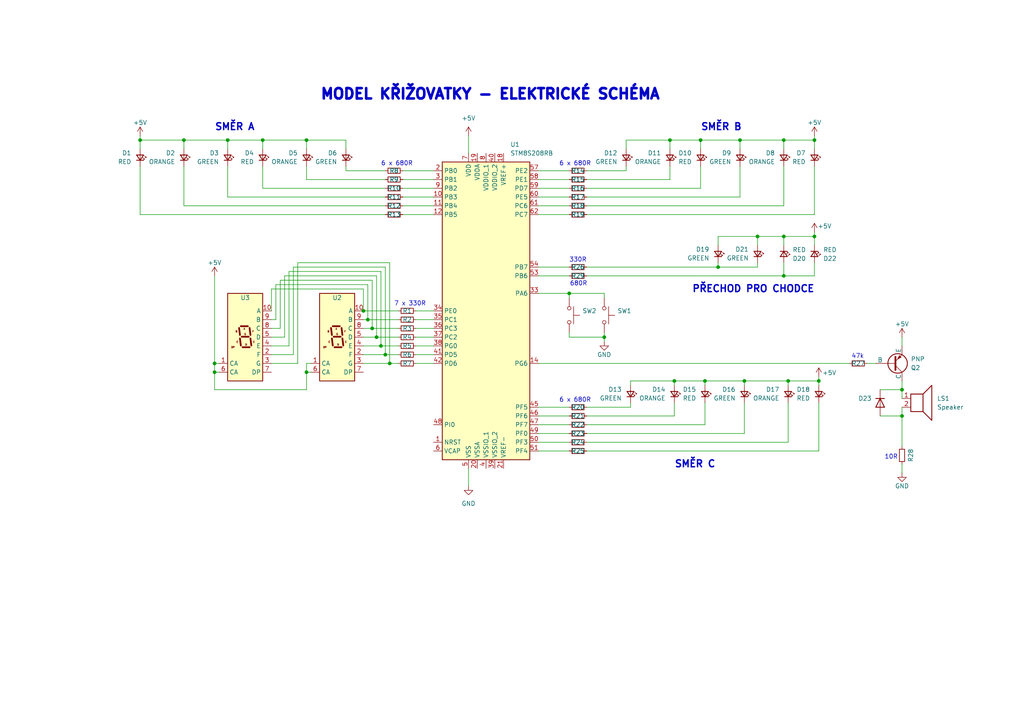
<source format=kicad_sch>
(kicad_sch (version 20230121) (generator eeschema)
  (paper "A4")
  (lib_symbols
    (symbol "Device:LED_Small" (pin_numbers hide) (pin_names (offset 0.254) hide)
      (property "Reference" "D" (at -1.27 3.175 0))
      (property "Value" "LED_Small" (at -4.445 -2.54 0))
      (symbol "LED_Small_0_1"
        (polyline (pts (xy -0.762 -1.016) (xy -0.762 1.016)) (stroke (width 0.254)))
        (polyline (pts (xy 1.016 0) (xy -0.762 0)))
        (polyline (pts (xy 0.762 -1.016) (xy -0.762 0) (xy 0.762 1.016) (xy 0.762 -1.016)) (stroke (width 0.254)))
        (polyline (pts (xy 0 0.762) (xy -0.508 1.27) (xy -0.254 1.27) (xy -0.508 1.27) (xy -0.508 1.016)))
        (polyline (pts (xy 0.508 1.27) (xy 0 1.778) (xy 0.254 1.778) (xy 0 1.778) (xy 0 1.524)))
      )
      (symbol "LED_Small_1_1"
        (pin passive line (at -2.54 0 0) (length 1.778) (name "K") (number "1"))
        (pin passive line (at 2.54 0 180) (length 1.778) (name "A") (number "2"))
      )
    )
    (symbol "Device:R_Small" (pin_numbers hide) (pin_names (offset 0.254) hide)
      (property "Reference" "R" (at 0.762 0.508 0))
      (property "Value" "R_Small" (at 0.762 -1.016 0))
      (symbol "R_Small_0_1"
        (rectangle (start -0.762 1.778) (end 0.762 -1.778) (stroke (width 0.2032)))
      )
      (symbol "R_Small_1_1"
        (pin passive line (at 0 2.54 270) (length 0.762) (name "~") (number "1"))
        (pin passive line (at 0 -2.54 90) (length 0.762) (name "~") (number "2"))
      )
    )
    (symbol "Device:Speaker" (pin_names (offset 0) hide)
      (property "Reference" "LS" (at 1.27 5.715 0))
      (property "Value" "Speaker" (at 1.27 3.81 0))
      (symbol "Speaker_0_0"
        (rectangle (start -2.54 1.27) (end 1.016 -3.81) (stroke (width 0.254)))
        (polyline (pts (xy 1.016 1.27) (xy 3.556 3.81) (xy 3.556 -6.35) (xy 1.016 -3.81)) (stroke (width 0.254)))
      )
      (symbol "Speaker_1_1"
        (pin input line (at -5.08 0 0) (length 2.54) (name "1") (number "1"))
        (pin input line (at -5.08 -2.54 0) (length 2.54) (name "2") (number "2"))
      )
    )
    (symbol "Diode:1N914" (pin_numbers hide) (pin_names hide)
      (property "Reference" "D" (at 0 2.54 0))
      (property "Value" "1N914" (at 0 -2.54 0))
      (symbol "1N914_0_1"
        (polyline (pts (xy -1.27 1.27) (xy -1.27 -1.27)) (stroke (width 0.254)))
        (polyline (pts (xy 1.27 0) (xy -1.27 0)))
        (polyline (pts (xy 1.27 1.27) (xy 1.27 -1.27) (xy -1.27 0) (xy 1.27 1.27)) (stroke (width 0.254)))
      )
      (symbol "1N914_1_1"
        (pin passive line (at -3.81 0 0) (length 2.54) (name "K") (number "1"))
        (pin passive line (at 3.81 0 180) (length 2.54) (name "A") (number "2"))
      )
    )
    (symbol "Display_Character:HDSP-7501"
      (property "Reference" "U" (at -3.81 13.97 0))
      (property "Value" "HDSP-7501" (at 6.35 13.97 0))
      (symbol "HDSP-7501_1_0"
        (text "A" (at 0.254 2.413 0) (effects (font (size 0.508 0.508))))
        (text "B" (at 2.54 1.651 0) (effects (font (size 0.508 0.508))))
        (text "C" (at 2.286 -1.397 0) (effects (font (size 0.508 0.508))))
        (text "D" (at -0.254 -2.159 0) (effects (font (size 0.508 0.508))))
        (text "DP" (at 3.556 -2.921 0) (effects (font (size 0.508 0.508))))
        (text "E" (at -2.54 -1.397 0) (effects (font (size 0.508 0.508))))
        (text "F" (at -2.286 1.651 0) (effects (font (size 0.508 0.508))))
        (text "G" (at 0 0.889 0) (effects (font (size 0.508 0.508))))
      )
      (symbol "HDSP-7501_1_1"
        (rectangle (start -5.08 12.7) (end 5.08 -12.7) (stroke (width 0.254)) (fill (type background)))
        (polyline (pts (xy -1.524 -0.381) (xy -1.778 -2.413)) (stroke (width 0.508)))
        (polyline (pts (xy -1.27 -2.921) (xy 0.762 -2.921)) (stroke (width 0.508)))
        (polyline (pts (xy -1.27 2.667) (xy -1.524 0.635)) (stroke (width 0.508)))
        (polyline (pts (xy -1.016 0.127) (xy 1.016 0.127)) (stroke (width 0.508)))
        (polyline (pts (xy -0.762 3.175) (xy 1.27 3.175)) (stroke (width 0.508)))
        (polyline (pts (xy 1.524 -0.381) (xy 1.27 -2.413)) (stroke (width 0.508)))
        (polyline (pts (xy 1.778 2.667) (xy 1.524 0.635)) (stroke (width 0.508)))
        (polyline (pts (xy 2.54 -2.921) (xy 2.54 -2.921)) (stroke (width 0.508)))
        (pin input line (at 7.62 -7.62 180) (length 2.54) (name "CA") (number "1"))
        (pin input line (at -7.62 7.62 0) (length 2.54) (name "A") (number "10"))
        (pin input line (at -7.62 -5.08 0) (length 2.54) (name "F") (number "2"))
        (pin input line (at -7.62 -7.62 0) (length 2.54) (name "G") (number "3"))
        (pin input line (at -7.62 -2.54 0) (length 2.54) (name "E") (number "4"))
        (pin input line (at -7.62 0 0) (length 2.54) (name "D") (number "5"))
        (pin input line (at 7.62 -10.16 180) (length 2.54) (name "CA") (number "6"))
        (pin input line (at -7.62 -10.16 0) (length 2.54) (name "DP") (number "7"))
        (pin input line (at -7.62 2.54 0) (length 2.54) (name "C") (number "8"))
        (pin input line (at -7.62 5.08 0) (length 2.54) (name "B") (number "9"))
      )
    )
    (symbol "MCU_ST_STM8:STM8S208RB"
      (property "Reference" "U1" (at 7.0359 48.26 0))
      (property "Value" "STM8S208RB" (at 7.0359 45.72 0))
      (symbol "STM8S208RB_0_1"
        (rectangle (start -12.7 43.18) (end 12.7 -43.18) (stroke (width 0.254)) (fill (type background)))
      )
      (symbol "STM8S208RB_1_1"
        (pin input line (at -15.24 -38.1 0) (length 2.54) (name "NRST") (number "1"))
        (pin bidirectional line (at -15.24 33.02 0) (length 2.54) (name "PB3") (number "10"))
        (pin bidirectional line (at -15.24 30.48 0) (length 2.54) (name "PB4") (number "11"))
        (pin bidirectional line (at -15.24 27.94 0) (length 2.54) (name "PB5") (number "12"))
        (pin bidirectional line (at 15.24 -15.24 180) (length 2.54) (name "PG6") (number "14"))
        (pin power_in line (at 5.08 45.72 270) (length 2.54) (name "VREF+") (number "18"))
        (pin power_in line (at -2.54 45.72 270) (length 2.54) (name "VDDA") (number "19"))
        (pin bidirectional line (at -15.24 40.64 0) (length 2.54) (name "PB0") (number "2"))
        (pin power_in line (at -2.54 -45.72 90) (length 2.54) (name "VSSA") (number "20"))
        (pin power_in line (at 5.08 -45.72 90) (length 2.54) (name "VREF-") (number "21"))
        (pin bidirectional line (at -15.24 38.1 0) (length 2.54) (name "PB1") (number "3"))
        (pin bidirectional line (at 15.24 5.08 180) (length 2.54) (name "PA6") (number "33"))
        (pin bidirectional line (at -15.24 0 0) (length 2.54) (name "PE0") (number "34"))
        (pin bidirectional line (at -15.24 -2.54 0) (length 2.54) (name "PC1") (number "35"))
        (pin bidirectional line (at -15.24 -5.08 0) (length 2.54) (name "PC3") (number "36"))
        (pin bidirectional line (at -15.24 -7.62 0) (length 2.54) (name "PC2") (number "37"))
        (pin bidirectional line (at -15.24 -10.16 0) (length 2.54) (name "PG0") (number "38"))
        (pin power_in line (at 2.54 -45.72 90) (length 2.54) (name "VSSIO_2") (number "39"))
        (pin power_in line (at 0 -45.72 90) (length 2.54) (name "VSSIO_1") (number "4"))
        (pin power_in line (at 2.54 45.72 270) (length 2.54) (name "VDDIO_2") (number "40"))
        (pin bidirectional line (at -15.24 -12.7 0) (length 2.54) (name "PD5") (number "41"))
        (pin bidirectional line (at -15.24 -15.24 0) (length 2.54) (name "PD6") (number "42"))
        (pin bidirectional line (at 15.24 -27.94 180) (length 2.54) (name "PF5") (number "45"))
        (pin bidirectional line (at 15.24 -30.48 180) (length 2.54) (name "PF6") (number "46"))
        (pin bidirectional line (at 15.24 -33.02 180) (length 2.54) (name "PF7") (number "47"))
        (pin bidirectional line (at -15.24 -33.02 0) (length 2.54) (name "PI0") (number "48"))
        (pin bidirectional line (at 15.24 -35.56 180) (length 2.54) (name "PF0") (number "49"))
        (pin power_in line (at -5.08 -45.72 90) (length 2.54) (name "VSS") (number "5"))
        (pin bidirectional line (at 15.24 -38.1 180) (length 2.54) (name "PF3") (number "50"))
        (pin bidirectional line (at 15.24 -40.64 180) (length 2.54) (name "PF4") (number "51"))
        (pin bidirectional line (at 15.24 10.16 180) (length 2.54) (name "PB6") (number "53"))
        (pin bidirectional line (at 15.24 12.7 180) (length 2.54) (name "PB7") (number "54"))
        (pin bidirectional line (at 15.24 40.64 180) (length 2.54) (name "PE2") (number "57"))
        (pin bidirectional line (at 15.24 38.1 180) (length 2.54) (name "PE1") (number "58"))
        (pin bidirectional line (at 15.24 35.56 180) (length 2.54) (name "PD7") (number "59"))
        (pin input line (at -15.24 -40.64 0) (length 2.54) (name "VCAP") (number "6"))
        (pin bidirectional line (at 15.24 33.02 180) (length 2.54) (name "PE5") (number "60"))
        (pin bidirectional line (at 15.24 30.48 180) (length 2.54) (name "PC6") (number "61"))
        (pin bidirectional line (at 15.24 27.94 180) (length 2.54) (name "PC7") (number "62"))
        (pin power_in line (at -5.08 45.72 270) (length 2.54) (name "VDD") (number "7"))
        (pin power_in line (at 0 45.72 270) (length 2.54) (name "VDDIO_1") (number "8"))
        (pin bidirectional line (at -15.24 35.56 0) (length 2.54) (name "PB2") (number "9"))
      )
    )
    (symbol "Simulation_SPICE:PNP" (pin_numbers hide) (pin_names (offset 0))
      (property "Reference" "Q" (at -2.54 7.62 0))
      (property "Value" "PNP" (at -2.54 5.08 0))
      (symbol "PNP_0_1"
        (polyline (pts (xy -2.54 0) (xy 0.635 0)) (stroke (width 0.1524)))
        (polyline (pts (xy 0.635 0.635) (xy 2.54 2.54)))
        (polyline (pts (xy 0.635 -0.635) (xy 2.54 -2.54) (xy 2.54 -2.54)))
        (polyline (pts (xy 0.635 1.905) (xy 0.635 -1.905) (xy 0.635 -1.905)) (stroke (width 0.508)))
        (polyline (pts (xy 2.286 -1.778) (xy 1.778 -2.286) (xy 1.27 -1.27) (xy 2.286 -1.778) (xy 2.286 -1.778)) (fill (type outline)))
        (circle (center 1.27 0) (radius 2.8194) (stroke (width 0.254)))
      )
      (symbol "PNP_1_1"
        (pin open_collector line (at 2.54 5.08 270) (length 2.54) (name "C") (number "1"))
        (pin input line (at -5.08 0 0) (length 2.54) (name "B") (number "2"))
        (pin open_emitter line (at 2.54 -5.08 90) (length 2.54) (name "E") (number "3"))
      )
    )
    (symbol "Switch:SW_Push" (pin_numbers hide) (pin_names (offset 1.016) hide)
      (property "Reference" "SW" (at 1.27 2.54 0))
      (property "Value" "SW_Push" (at 0 -1.524 0))
      (symbol "SW_Push_0_1"
        (circle (center -2.032 0) (radius 0.508))
        (polyline (pts (xy 0 1.27) (xy 0 3.048)))
        (polyline (pts (xy 2.54 1.27) (xy -2.54 1.27)))
        (circle (center 2.032 0) (radius 0.508))
        (pin passive line (at -5.08 0 0) (length 2.54) (name "1") (number "1"))
        (pin passive line (at 5.08 0 180) (length 2.54) (name "2") (number "2"))
      )
    )
    (symbol "power:+5V" (power) (pin_names (offset 0))
      (property "Value" "+5V" (at 0 3.556 0))
      (symbol "+5V_0_1"
        (polyline (pts (xy -0.762 1.27) (xy 0 2.54)))
        (polyline (pts (xy 0 0) (xy 0 2.54)))
        (polyline (pts (xy 0 2.54) (xy 0.762 1.27)))
      )
      (symbol "+5V_1_1"
        (pin power_in line (at 0 0 90) (length 0) hide (name "+5V") (number "1"))
      )
    )
    (symbol "power:GND" (power) (pin_names (offset 0))
      (property "Value" "GND" (at 0 -3.81 0))
      (symbol "GND_0_1"
        (polyline (pts (xy 0 0) (xy 0 -1.27) (xy 1.27 -1.27) (xy 0 -2.54) (xy -1.27 -1.27) (xy 0 -1.27)))
      )
      (symbol "GND_1_1"
        (pin power_in line (at 0 0 270) (length 0) hide (name "GND") (number "1"))
      )
    )
  )
  (junction (at 40.64 40.64))
  (junction (at 204.47 110.49))
  (junction (at 261.62 113.03))
  (junction (at 165.1 85.09))
  (junction (at 208.28 77.47))
  (junction (at 88.9 107.95))
  (junction (at 194.31 40.64))
  (junction (at 228.6 110.49))
  (junction (at 219.71 68.58))
  (junction (at 113.03 105.41))
  (junction (at 76.2 40.64))
  (junction (at 62.23 107.95))
  (junction (at 66.04 40.64))
  (junction (at 203.2 40.64))
  (junction (at 111.76 102.87))
  (junction (at 227.33 80.01))
  (junction (at 236.22 40.64))
  (junction (at 214.63 40.64))
  (junction (at 237.49 110.49))
  (junction (at 107.95 95.25))
  (junction (at 261.62 120.65))
  (junction (at 105.41 90.17))
  (junction (at 175.26 97.79))
  (junction (at 195.58 110.49))
  (junction (at 88.9 40.64))
  (junction (at 110.49 100.33))
  (junction (at 215.9 110.49))
  (junction (at 236.22 68.58))
  (junction (at 106.68 92.71))
  (junction (at 62.23 105.41))
  (junction (at 53.34 40.64))
  (junction (at 109.22 97.79))
  (junction (at 227.33 68.58))
  (junction (at 227.33 40.64))
  (wire (pts (xy 156.21 77.47) (xy 165.1 77.47)))
  (wire (pts (xy 40.64 39.37) (xy 40.64 40.64)))
  (wire (pts (xy 165.1 49.53) (xy 156.21 49.53)))
  (wire (pts (xy 227.33 68.58) (xy 227.33 71.12)))
  (wire (pts (xy 208.28 71.12) (xy 208.28 68.58)))
  (wire (pts (xy 251.46 105.41) (xy 254 105.41)))
  (wire (pts (xy 156.21 130.81) (xy 165.1 130.81)))
  (wire (pts (xy 113.03 105.41) (xy 115.57 105.41)))
  (wire (pts (xy 40.64 40.64) (xy 53.34 40.64)))
  (wire (pts (xy 53.34 40.64) (xy 53.34 43.18)))
  (wire (pts (xy 105.41 95.25) (xy 107.95 95.25)))
  (wire (pts (xy 120.65 100.33) (xy 125.73 100.33)))
  (wire (pts (xy 83.82 78.74) (xy 110.49 78.74)))
  (wire (pts (xy 261.62 120.65) (xy 261.62 129.54)))
  (wire (pts (xy 204.47 123.19) (xy 204.47 116.84)))
  (wire (pts (xy 120.65 95.25) (xy 125.73 95.25)))
  (wire (pts (xy 105.41 83.82) (xy 105.41 90.17)))
  (wire (pts (xy 156.21 125.73) (xy 165.1 125.73)))
  (wire (pts (xy 62.23 105.41) (xy 63.5 105.41)))
  (wire (pts (xy 156.21 128.27) (xy 165.1 128.27)))
  (wire (pts (xy 113.03 76.2) (xy 113.03 105.41)))
  (wire (pts (xy 203.2 54.61) (xy 203.2 48.26)))
  (wire (pts (xy 236.22 67.31) (xy 236.22 68.58)))
  (wire (pts (xy 227.33 40.64) (xy 236.22 40.64)))
  (wire (pts (xy 170.18 49.53) (xy 181.61 49.53)))
  (wire (pts (xy 80.01 92.71) (xy 80.01 82.55)))
  (wire (pts (xy 85.09 102.87) (xy 85.09 77.47)))
  (wire (pts (xy 81.28 81.28) (xy 107.95 81.28)))
  (wire (pts (xy 255.27 120.65) (xy 261.62 120.65)))
  (wire (pts (xy 214.63 40.64) (xy 214.63 43.18)))
  (wire (pts (xy 195.58 110.49) (xy 182.88 110.49)))
  (wire (pts (xy 170.18 77.47) (xy 208.28 77.47)))
  (wire (pts (xy 156.21 123.19) (xy 165.1 123.19)))
  (wire (pts (xy 181.61 43.18) (xy 181.61 40.64)))
  (wire (pts (xy 182.88 118.11) (xy 182.88 116.84)))
  (wire (pts (xy 78.74 102.87) (xy 85.09 102.87)))
  (wire (pts (xy 195.58 110.49) (xy 195.58 111.76)))
  (wire (pts (xy 120.65 105.41) (xy 125.73 105.41)))
  (wire (pts (xy 261.62 118.11) (xy 261.62 120.65)))
  (wire (pts (xy 66.04 40.64) (xy 66.04 43.18)))
  (wire (pts (xy 236.22 40.64) (xy 236.22 43.18)))
  (wire (pts (xy 76.2 40.64) (xy 88.9 40.64)))
  (wire (pts (xy 165.1 97.79) (xy 175.26 97.79)))
  (wire (pts (xy 88.9 52.07) (xy 88.9 48.26)))
  (wire (pts (xy 105.41 90.17) (xy 115.57 90.17)))
  (wire (pts (xy 175.26 96.52) (xy 175.26 97.79)))
  (wire (pts (xy 227.33 76.2) (xy 227.33 80.01)))
  (wire (pts (xy 194.31 40.64) (xy 194.31 43.18)))
  (wire (pts (xy 81.28 95.25) (xy 81.28 81.28)))
  (wire (pts (xy 203.2 40.64) (xy 214.63 40.64)))
  (wire (pts (xy 215.9 110.49) (xy 204.47 110.49)))
  (wire (pts (xy 237.49 110.49) (xy 237.49 111.76)))
  (wire (pts (xy 194.31 40.64) (xy 203.2 40.64)))
  (wire (pts (xy 204.47 110.49) (xy 195.58 110.49)))
  (wire (pts (xy 170.18 128.27) (xy 228.6 128.27)))
  (wire (pts (xy 215.9 125.73) (xy 215.9 116.84)))
  (wire (pts (xy 156.21 85.09) (xy 165.1 85.09)))
  (wire (pts (xy 88.9 107.95) (xy 88.9 113.03)))
  (wire (pts (xy 170.18 120.65) (xy 195.58 120.65)))
  (wire (pts (xy 215.9 110.49) (xy 215.9 111.76)))
  (wire (pts (xy 106.68 82.55) (xy 106.68 92.71)))
  (wire (pts (xy 88.9 40.64) (xy 100.33 40.64)))
  (wire (pts (xy 219.71 68.58) (xy 219.71 71.12)))
  (wire (pts (xy 105.41 92.71) (xy 106.68 92.71)))
  (wire (pts (xy 165.1 85.09) (xy 175.26 85.09)))
  (wire (pts (xy 62.23 107.95) (xy 62.23 113.03)))
  (wire (pts (xy 255.27 113.03) (xy 261.62 113.03)))
  (wire (pts (xy 107.95 81.28) (xy 107.95 95.25)))
  (wire (pts (xy 62.23 107.95) (xy 63.5 107.95)))
  (wire (pts (xy 195.58 120.65) (xy 195.58 116.84)))
  (wire (pts (xy 165.1 96.52) (xy 165.1 97.79)))
  (wire (pts (xy 135.89 39.37) (xy 135.89 44.45)))
  (wire (pts (xy 214.63 57.15) (xy 214.63 48.26)))
  (wire (pts (xy 76.2 54.61) (xy 76.2 48.26)))
  (wire (pts (xy 237.49 109.22) (xy 237.49 110.49)))
  (wire (pts (xy 135.89 135.89) (xy 135.89 140.97)))
  (wire (pts (xy 170.18 123.19) (xy 204.47 123.19)))
  (wire (pts (xy 170.18 62.23) (xy 236.22 62.23)))
  (wire (pts (xy 175.26 85.09) (xy 175.26 86.36)))
  (wire (pts (xy 111.76 59.69) (xy 53.34 59.69)))
  (wire (pts (xy 78.74 97.79) (xy 82.55 97.79)))
  (wire (pts (xy 116.84 49.53) (xy 125.73 49.53)))
  (wire (pts (xy 181.61 49.53) (xy 181.61 48.26)))
  (wire (pts (xy 175.26 99.06) (xy 175.26 97.79)))
  (wire (pts (xy 111.76 49.53) (xy 100.33 49.53)))
  (wire (pts (xy 105.41 97.79) (xy 109.22 97.79)))
  (wire (pts (xy 109.22 80.01) (xy 109.22 97.79)))
  (wire (pts (xy 156.21 105.41) (xy 246.38 105.41)))
  (wire (pts (xy 116.84 54.61) (xy 125.73 54.61)))
  (wire (pts (xy 182.88 110.49) (xy 182.88 111.76)))
  (wire (pts (xy 111.76 57.15) (xy 66.04 57.15)))
  (wire (pts (xy 78.74 83.82) (xy 105.41 83.82)))
  (wire (pts (xy 40.64 40.64) (xy 40.64 43.18)))
  (wire (pts (xy 170.18 54.61) (xy 203.2 54.61)))
  (wire (pts (xy 88.9 113.03) (xy 62.23 113.03)))
  (wire (pts (xy 88.9 105.41) (xy 90.17 105.41)))
  (wire (pts (xy 82.55 97.79) (xy 82.55 80.01)))
  (wire (pts (xy 261.62 97.79) (xy 261.62 100.33)))
  (wire (pts (xy 116.84 57.15) (xy 125.73 57.15)))
  (wire (pts (xy 170.18 59.69) (xy 227.33 59.69)))
  (wire (pts (xy 66.04 40.64) (xy 76.2 40.64)))
  (wire (pts (xy 194.31 52.07) (xy 194.31 48.26)))
  (wire (pts (xy 170.18 80.01) (xy 227.33 80.01)))
  (wire (pts (xy 110.49 78.74) (xy 110.49 100.33)))
  (wire (pts (xy 219.71 68.58) (xy 227.33 68.58)))
  (wire (pts (xy 78.74 105.41) (xy 86.36 105.41)))
  (wire (pts (xy 88.9 107.95) (xy 90.17 107.95)))
  (wire (pts (xy 83.82 100.33) (xy 83.82 78.74)))
  (wire (pts (xy 82.55 80.01) (xy 109.22 80.01)))
  (wire (pts (xy 227.33 80.01) (xy 236.22 80.01)))
  (wire (pts (xy 116.84 62.23) (xy 125.73 62.23)))
  (wire (pts (xy 120.65 97.79) (xy 125.73 97.79)))
  (wire (pts (xy 106.68 92.71) (xy 115.57 92.71)))
  (wire (pts (xy 237.49 110.49) (xy 228.6 110.49)))
  (wire (pts (xy 228.6 128.27) (xy 228.6 116.84)))
  (wire (pts (xy 105.41 105.41) (xy 113.03 105.41)))
  (wire (pts (xy 165.1 85.09) (xy 165.1 86.36)))
  (wire (pts (xy 66.04 57.15) (xy 66.04 48.26)))
  (wire (pts (xy 261.62 110.49) (xy 261.62 113.03)))
  (wire (pts (xy 236.22 39.37) (xy 236.22 40.64)))
  (wire (pts (xy 40.64 62.23) (xy 40.64 48.26)))
  (wire (pts (xy 105.41 102.87) (xy 111.76 102.87)))
  (wire (pts (xy 237.49 130.81) (xy 237.49 116.84)))
  (wire (pts (xy 86.36 76.2) (xy 113.03 76.2)))
  (wire (pts (xy 181.61 40.64) (xy 194.31 40.64)))
  (wire (pts (xy 261.62 113.03) (xy 261.62 115.57)))
  (wire (pts (xy 261.62 134.62) (xy 261.62 137.16)))
  (wire (pts (xy 170.18 118.11) (xy 182.88 118.11)))
  (wire (pts (xy 165.1 57.15) (xy 156.21 57.15)))
  (wire (pts (xy 100.33 43.18) (xy 100.33 40.64)))
  (wire (pts (xy 88.9 40.64) (xy 88.9 43.18)))
  (wire (pts (xy 208.28 76.2) (xy 208.28 77.47)))
  (wire (pts (xy 170.18 130.81) (xy 237.49 130.81)))
  (wire (pts (xy 85.09 77.47) (xy 111.76 77.47)))
  (wire (pts (xy 111.76 102.87) (xy 115.57 102.87)))
  (wire (pts (xy 80.01 82.55) (xy 106.68 82.55)))
  (wire (pts (xy 236.22 62.23) (xy 236.22 48.26)))
  (wire (pts (xy 78.74 92.71) (xy 80.01 92.71)))
  (wire (pts (xy 88.9 105.41) (xy 88.9 107.95)))
  (wire (pts (xy 227.33 40.64) (xy 227.33 43.18)))
  (wire (pts (xy 156.21 120.65) (xy 165.1 120.65)))
  (wire (pts (xy 165.1 62.23) (xy 156.21 62.23)))
  (wire (pts (xy 236.22 68.58) (xy 236.22 71.12)))
  (wire (pts (xy 203.2 43.18) (xy 203.2 40.64)))
  (wire (pts (xy 120.65 102.87) (xy 125.73 102.87)))
  (wire (pts (xy 76.2 40.64) (xy 76.2 43.18)))
  (wire (pts (xy 236.22 80.01) (xy 236.22 76.2)))
  (wire (pts (xy 170.18 125.73) (xy 215.9 125.73)))
  (wire (pts (xy 111.76 77.47) (xy 111.76 102.87)))
  (wire (pts (xy 53.34 59.69) (xy 53.34 48.26)))
  (wire (pts (xy 120.65 90.17) (xy 125.73 90.17)))
  (wire (pts (xy 165.1 52.07) (xy 156.21 52.07)))
  (wire (pts (xy 208.28 68.58) (xy 219.71 68.58)))
  (wire (pts (xy 78.74 95.25) (xy 81.28 95.25)))
  (wire (pts (xy 228.6 110.49) (xy 228.6 111.76)))
  (wire (pts (xy 111.76 62.23) (xy 40.64 62.23)))
  (wire (pts (xy 109.22 97.79) (xy 115.57 97.79)))
  (wire (pts (xy 156.21 118.11) (xy 165.1 118.11)))
  (wire (pts (xy 111.76 54.61) (xy 76.2 54.61)))
  (wire (pts (xy 110.49 100.33) (xy 115.57 100.33)))
  (wire (pts (xy 204.47 110.49) (xy 204.47 111.76)))
  (wire (pts (xy 214.63 40.64) (xy 227.33 40.64)))
  (wire (pts (xy 120.65 92.71) (xy 125.73 92.71)))
  (wire (pts (xy 62.23 105.41) (xy 62.23 107.95)))
  (wire (pts (xy 78.74 100.33) (xy 83.82 100.33)))
  (wire (pts (xy 227.33 59.69) (xy 227.33 48.26)))
  (wire (pts (xy 111.76 52.07) (xy 88.9 52.07)))
  (wire (pts (xy 78.74 90.17) (xy 78.74 83.82)))
  (wire (pts (xy 170.18 52.07) (xy 194.31 52.07)))
  (wire (pts (xy 53.34 40.64) (xy 66.04 40.64)))
  (wire (pts (xy 228.6 110.49) (xy 215.9 110.49)))
  (wire (pts (xy 105.41 100.33) (xy 110.49 100.33)))
  (wire (pts (xy 208.28 77.47) (xy 219.71 77.47)))
  (wire (pts (xy 165.1 59.69) (xy 156.21 59.69)))
  (wire (pts (xy 86.36 105.41) (xy 86.36 76.2)))
  (wire (pts (xy 170.18 57.15) (xy 214.63 57.15)))
  (wire (pts (xy 227.33 68.58) (xy 236.22 68.58)))
  (wire (pts (xy 107.95 95.25) (xy 115.57 95.25)))
  (wire (pts (xy 219.71 76.2) (xy 219.71 77.47)))
  (wire (pts (xy 165.1 54.61) (xy 156.21 54.61)))
  (wire (pts (xy 156.21 80.01) (xy 165.1 80.01)))
  (wire (pts (xy 116.84 59.69) (xy 125.73 59.69)))
  (wire (pts (xy 100.33 49.53) (xy 100.33 48.26)))
  (wire (pts (xy 62.23 80.01) (xy 62.23 105.41)))
  (wire (pts (xy 116.84 52.07) (xy 125.73 52.07)))
  (text "SMĚR B" (at 203.2 38.1 0) (effects (font (size 2 2) bold) (justify left bottom)))
  (text "47k" (at 246.9638 104.151 0) (effects (font (size 1.27 1.27)) (justify left bottom)))
  (text "330R" (at 170.18 76.2 0) (effects (font (size 1.27 1.27)) (justify right bottom)))
  (text "680R" (at 170.3666 83.0793 0) (effects (font (size 1.27 1.27)) (justify right bottom)))
  (text "PŘECHOD PRO CHODCE" (at 200.66 85.09 0) (effects (font (size 2 2) bold) (justify left bottom)))
  (text "6 x 680R" (at 110.49 48.26 0) (effects (font (size 1.27 1.27)) (justify left bottom)))
  (text "6 x 680R" (at 171.45 116.84 0) (effects (font (size 1.27 1.27)) (justify right bottom)))
  (text "MODEL KŘIŽOVATKY - ELEKTRICKÉ SCHÉMA" (at 92.71 29.21 0) (effects (font (size 3 3) (thickness 2) bold) (justify left bottom)))
  (text "SMĚR C" (at 195.58 135.89 0) (effects (font (size 2 2) bold) (justify left bottom)))
  (text "7 x 330R" (at 114.3 88.9 0) (effects (font (size 1.27 1.27)) (justify left bottom)))
  (text "10R" (at 256.54 133.35 0) (effects (font (size 1.27 1.27)) (justify left bottom)))
  (text "6 x 680R" (at 171.45 48.26 0) (effects (font (size 1.27 1.27)) (justify right bottom)))
  (text "SMĚR A" (at 62.23 38.1 0) (effects (font (size 2 2) bold) (justify left bottom)))
  (symbol (lib_id "Device:LED_Small") (at 195.58 114.3 270) (mirror x) (unit 1)
    (property "Reference" "D14" (at 193.04 112.9665 90) (effects (justify right)))
    (property "Value" "ORANGE" (at 193.04 115.5065 90) (effects (justify right)))
  )
  (symbol (lib_id "Device:LED_Small") (at 227.33 73.66 270) (unit 1)
    (property "Reference" "D20" (at 229.87 74.9935 90) (effects (justify left)))
    (property "Value" "RED" (at 229.87 72.4535 90) (effects (justify left)))
  )
  (symbol (lib_id "power:+5V") (at 62.23 80.01 0) (unit 1)
    (property "Reference" "#PWR02" (effects hide))
    (property "Value" "+5V" (at 62.23 76.2 0))
  )
  (symbol (lib_id "Device:LED_Small") (at 66.04 45.72 270) (mirror x) (unit 1)
    (property "Reference" "D3" (at 63.5 44.3865 90) (effects (justify right)))
    (property "Value" "GREEN" (at 63.5 46.9265 90) (effects (justify right)))
  )
  (symbol (lib_id "MCU_ST_STM8:STM8S208RB") (at 140.97 90.17 0) (unit 1)
    (property "Reference" "U1" (at 148.0059 41.91 0) (effects (justify left)))
    (property "Value" "STM8S208RB" (at 148.0059 44.45 0) (effects (justify left)))
    (property "Footprint" "Package_QFP:LQFP-64_10x10mm_P0.5mm" (effects hide))
    (property "Datasheet" "https://www.st.com/resource/en/datasheet/stm8s208rb.pdf" (effects hide))
  )
  (symbol (lib_id "Device:R_Small") (at 167.64 77.47 270) (mirror x) (unit 1)
    (property "Reference" "R26" (at 167.64 77.47 90))
    (property "Value" " " (at 167.64 74.93 90))
  )
  (symbol (lib_id "Device:R_Small") (at 167.64 125.73 270) (mirror x) (unit 1)
    (property "Reference" "R23" (at 167.64 125.73 90))
    (property "Value" " " (at 167.64 123.19 90))
  )
  (symbol (lib_id "Device:R_Small") (at 118.11 100.33 90) (unit 1)
    (property "Reference" "R5" (at 118.11 100.33 90))
    (property "Value" "R_Small" (effects hide))
  )
  (symbol (lib_id "Device:LED_Small") (at 215.9 114.3 270) (mirror x) (unit 1)
    (property "Reference" "D16" (at 213.36 112.9665 90) (effects (justify right)))
    (property "Value" "GREEN" (at 213.36 115.5065 90) (effects (justify right)))
  )
  (symbol (lib_id "Device:LED_Small") (at 214.63 45.72 270) (mirror x) (unit 1)
    (property "Reference" "D9" (at 212.09 44.3865 90) (effects (justify right)))
    (property "Value" "GREEN" (at 212.09 46.9265 90) (effects (justify right)))
  )
  (symbol (lib_id "Device:LED_Small") (at 208.28 73.66 270) (mirror x) (unit 1)
    (property "Reference" "D19" (at 205.74 72.3265 90) (effects (justify right)))
    (property "Value" "GREEN" (at 205.74 74.8665 90) (effects (justify right)))
  )
  (symbol (lib_id "Device:R_Small") (at 118.11 92.71 90) (unit 1)
    (property "Reference" "R2" (at 118.11 92.71 90))
    (property "Value" "R_Small" (effects hide))
  )
  (symbol (lib_id "Device:R_Small") (at 167.64 123.19 270) (mirror x) (unit 1)
    (property "Reference" "R22" (at 167.64 123.19 90))
    (property "Value" " " (at 167.64 120.65 90))
  )
  (symbol (lib_id "Device:LED_Small") (at 219.71 73.66 270) (mirror x) (unit 1)
    (property "Reference" "D21" (at 217.17 72.3265 90) (effects (justify right)))
    (property "Value" "GREEN" (at 217.17 74.8665 90) (effects (justify right)))
  )
  (symbol (lib_id "power:+5V") (at 236.22 67.31 0) (unit 1)
    (property "Reference" "#PWR01" (effects hide))
    (property "Value" "+5V" (at 239.1625 65.6 0))
  )
  (symbol (lib_id "Device:LED_Small") (at 204.47 114.3 270) (mirror x) (unit 1)
    (property "Reference" "D15" (at 201.93 112.9665 90) (effects (justify right)))
    (property "Value" "RED" (at 201.93 115.5065 90) (effects (justify right)))
  )
  (symbol (lib_id "Device:LED_Small") (at 181.61 45.72 270) (mirror x) (unit 1)
    (property "Reference" "D12" (at 179.07 44.3865 90) (effects (justify right)))
    (property "Value" "GREEN" (at 179.07 46.9265 90) (effects (justify right)))
  )
  (symbol (lib_id "Device:LED_Small") (at 237.49 114.3 270) (mirror x) (unit 1)
    (property "Reference" "D18" (at 234.95 112.9665 90) (effects (justify right)))
    (property "Value" "RED" (at 234.95 115.5065 90) (effects (justify right)))
  )
  (symbol (lib_id "Device:R_Small") (at 167.64 52.07 270) (mirror x) (unit 1)
    (property "Reference" "R15" (at 167.64 52.07 90))
    (property "Value" " " (at 167.64 49.53 90))
  )
  (symbol (lib_id "Device:R_Small") (at 114.3 52.07 90) (unit 1)
    (property "Reference" "R9" (at 114.3 52.07 90))
    (property "Value" " " (at 114.3 49.53 90))
  )
  (symbol (lib_id "Diode:1N914") (at 255.27 116.84 270) (unit 1)
    (property "Reference" "D23" (at 248.92 115.57 90) (effects (justify left)))
    (property "Value" " " (at 257.81 118.11 90) (effects (justify left)))
    (property "Footprint" "Diode_THT:D_DO-35_SOD27_P7.62mm_Horizontal" (effects hide))
    (property "Datasheet" "http://www.vishay.com/docs/85622/1n914.pdf" (effects hide))
    (property "Sim.Device" "D" (effects hide))
    (property "Sim.Pins" "1=K 2=A" (effects hide))
  )
  (symbol (lib_id "Device:LED_Small") (at 236.22 73.66 270) (unit 1)
    (property "Reference" "D22" (at 238.76 74.9935 90) (effects (justify left)))
    (property "Value" "RED" (at 238.76 72.4535 90) (effects (justify left)))
  )
  (symbol (lib_id "Device:R_Small") (at 114.3 62.23 90) (unit 1)
    (property "Reference" "R13" (at 114.3 62.23 90))
    (property "Value" " " (at 114.3 59.69 90))
  )
  (symbol (lib_id "Device:LED_Small") (at 194.31 45.72 270) (mirror x) (unit 1)
    (property "Reference" "D11" (at 191.77 44.3865 90) (effects (justify right)))
    (property "Value" "ORANGE" (at 191.77 46.9265 90) (effects (justify right)))
  )
  (symbol (lib_id "Device:Speaker") (at 266.7 115.57 0) (unit 1)
    (property "Reference" "LS1" (at 271.78 115.57 0) (effects (justify left)))
    (property "Value" "Speaker" (at 271.78 118.11 0) (effects (justify left)))
  )
  (symbol (lib_id "Device:R_Small") (at 118.11 102.87 90) (unit 1)
    (property "Reference" "R6" (at 118.11 102.87 90))
    (property "Value" "R_Small" (effects hide))
  )
  (symbol (lib_id "power:+5V") (at 40.64 39.37 0) (unit 1)
    (property "Reference" "#PWR03" (effects hide))
    (property "Value" "+5V" (at 40.64 35.56 0))
  )
  (symbol (lib_id "Simulation_SPICE:PNP") (at 259.08 105.41 0) (mirror x) (unit 1)
    (property "Reference" "Q2" (at 264.16 106.68 0) (effects (justify left)))
    (property "Value" "PNP" (at 264.16 104.14 0) (effects (justify left)))
    (property "Sim.Device" "PNP" (effects hide))
    (property "Sim.Type" "GUMMELPOON" (effects hide))
    (property "Sim.Pins" "1=C 2=B 3=E" (effects hide))
  )
  (symbol (lib_id "Device:R_Small") (at 114.3 54.61 90) (unit 1)
    (property "Reference" "R10" (at 114.3 54.61 90))
    (property "Value" " " (at 114.3 52.07 90))
  )
  (symbol (lib_id "Device:R_Small") (at 167.64 62.23 270) (mirror x) (unit 1)
    (property "Reference" "R19" (at 167.64 62.23 90))
    (property "Value" " " (at 167.64 59.69 90))
  )
  (symbol (lib_id "Device:LED_Small") (at 100.33 45.72 270) (mirror x) (unit 1)
    (property "Reference" "D6" (at 97.79 44.3865 90) (effects (justify right)))
    (property "Value" "GREEN" (at 97.79 46.9265 90) (effects (justify right)))
  )
  (symbol (lib_id "power:GND") (at 261.62 137.16 0) (mirror y) (unit 1)
    (property "Reference" "#PWR08" (effects hide))
    (property "Value" "GND" (at 261.62 140.97 0))
  )
  (symbol (lib_id "Device:R_Small") (at 114.3 59.69 90) (unit 1)
    (property "Reference" "R12" (at 114.3 59.69 90))
    (property "Value" " " (at 114.3 57.15 90))
  )
  (symbol (lib_id "Device:R_Small") (at 167.64 80.01 270) (mirror x) (unit 1)
    (property "Reference" "R29" (at 167.64 80.01 90))
    (property "Value" " " (at 167.64 77.47 90))
  )
  (symbol (lib_id "Device:R_Small") (at 261.62 132.08 0) (mirror y) (unit 1)
    (property "Reference" "R28" (at 264.16 132.08 90))
    (property "Value" " " (at 259.08 132.08 90))
  )
  (symbol (lib_id "Device:LED_Small") (at 228.6 114.3 270) (mirror x) (unit 1)
    (property "Reference" "D17" (at 226.06 112.9665 90) (effects (justify right)))
    (property "Value" "ORANGE" (at 226.06 115.5065 90) (effects (justify right)))
  )
  (symbol (lib_id "Device:R_Small") (at 167.64 49.53 270) (mirror x) (unit 1)
    (property "Reference" "R14" (at 167.64 49.53 90))
    (property "Value" " " (at 167.64 46.99 90))
  )
  (symbol (lib_id "Device:LED_Small") (at 53.34 45.72 270) (mirror x) (unit 1)
    (property "Reference" "D2" (at 50.8 44.3865 90) (effects (justify right)))
    (property "Value" "ORANGE" (at 50.8 46.9265 90) (effects (justify right)))
  )
  (symbol (lib_id "Device:LED_Small") (at 203.2 45.72 270) (mirror x) (unit 1)
    (property "Reference" "D10" (at 200.66 44.3865 90) (effects (justify right)))
    (property "Value" "RED" (at 200.66 46.9265 90) (effects (justify right)))
  )
  (symbol (lib_id "power:+5V") (at 135.89 39.37 0) (unit 1)
    (property "Reference" "#PWR05" (effects hide))
    (property "Value" "+5V" (at 135.89 34.29 0))
  )
  (symbol (lib_id "Device:R_Small") (at 114.3 57.15 90) (unit 1)
    (property "Reference" "R11" (at 114.3 57.15 90))
    (property "Value" " " (at 114.3 54.61 90))
  )
  (symbol (lib_id "Device:LED_Small") (at 227.33 45.72 270) (mirror x) (unit 1)
    (property "Reference" "D8" (at 224.79 44.3865 90) (effects (justify right)))
    (property "Value" "ORANGE" (at 224.79 46.9265 90) (effects (justify right)))
  )
  (symbol (lib_id "Device:LED_Small") (at 88.9 45.72 270) (mirror x) (unit 1)
    (property "Reference" "D5" (at 86.36 44.3865 90) (effects (justify right)))
    (property "Value" "ORANGE" (at 86.36 46.9265 90) (effects (justify right)))
  )
  (symbol (lib_id "Device:R_Small") (at 118.11 90.17 90) (unit 1)
    (property "Reference" "R1" (at 118.11 90.17 90))
    (property "Value" " " (at 118.11 87.63 90))
  )
  (symbol (lib_id "power:+5V") (at 261.62 97.79 0) (unit 1)
    (property "Reference" "#PWR012" (effects hide))
    (property "Value" "+5V" (at 261.62 93.98 0))
  )
  (symbol (lib_id "Switch:SW_Push") (at 165.1 91.44 270) (unit 1)
    (property "Reference" "SW2" (at 168.91 90.17 90) (effects (justify left)))
    (property "Value" " " (at 168.91 92.71 90) (effects (justify left)))
  )
  (symbol (lib_id "Device:R_Small") (at 248.92 105.41 270) (mirror x) (unit 1)
    (property "Reference" "R27" (at 248.92 105.41 90))
    (property "Value" " " (at 248.92 102.87 90))
  )
  (symbol (lib_id "Device:LED_Small") (at 236.22 45.72 270) (mirror x) (unit 1)
    (property "Reference" "D7" (at 233.68 44.3865 90) (effects (justify right)))
    (property "Value" "RED" (at 233.68 46.9265 90) (effects (justify right)))
  )
  (symbol (lib_id "Device:R_Small") (at 167.64 118.11 270) (mirror x) (unit 1)
    (property "Reference" "R20" (at 167.64 118.11 90))
    (property "Value" " " (at 167.64 115.57 90))
  )
  (symbol (lib_id "Device:R_Small") (at 167.64 130.81 270) (mirror x) (unit 1)
    (property "Reference" "R25" (at 167.64 130.81 90))
    (property "Value" " " (at 167.64 128.27 90))
  )
  (symbol (lib_id "power:GND") (at 135.89 140.97 0) (mirror y) (unit 1)
    (property "Reference" "#PWR011" (effects hide))
    (property "Value" "GND" (at 135.89 146.05 0))
  )
  (symbol (lib_id "Device:R_Small") (at 167.64 59.69 270) (mirror x) (unit 1)
    (property "Reference" "R18" (at 167.64 59.69 90))
    (property "Value" " " (at 167.64 57.15 90))
  )
  (symbol (lib_id "power:+5V") (at 237.49 109.22 0) (unit 1)
    (property "Reference" "#PWR04" (effects hide))
    (property "Value" "+5V" (at 240.54 108.1243 0))
  )
  (symbol (lib_id "Display_Character:HDSP-7501") (at 97.79 97.79 0) (mirror y) (unit 1)
    (property "Reference" "U2" (at 97.79 86.36 0))
    (property "Value" "HDSP-7501" (effects hide))
    (property "Footprint" "Display_7Segment:HDSP-A151" (effects hide))
    (property "Datasheet" "https://docs.broadcom.com/docs/AV02-2553EN" (effects hide))
  )
  (symbol (lib_id "Device:R_Small") (at 167.64 120.65 270) (mirror x) (unit 1)
    (property "Reference" "R21" (at 167.64 120.65 90))
    (property "Value" " " (at 167.64 118.11 90))
  )
  (symbol (lib_id "Switch:SW_Push") (at 175.26 91.44 270) (unit 1)
    (property "Reference" "SW1" (at 179.07 90.17 90) (effects (justify left)))
    (property "Value" " " (at 179.07 92.71 90) (effects (justify left)))
  )
  (symbol (lib_id "Device:R_Small") (at 114.3 49.53 90) (unit 1)
    (property "Reference" "R8" (at 114.3 49.53 90))
    (property "Value" " " (at 114.3 46.99 90))
  )
  (symbol (lib_id "power:+5V") (at 236.22 39.37 0) (unit 1)
    (property "Reference" "#PWR010" (effects hide))
    (property "Value" "+5V" (at 236.22 35.56 0))
  )
  (symbol (lib_id "Display_Character:HDSP-7501") (at 71.12 97.79 0) (mirror y) (unit 1)
    (property "Reference" "U3" (at 71.12 86.36 0))
    (property "Value" "HDSP-7501" (effects hide))
    (property "Footprint" "Display_7Segment:HDSP-A151" (effects hide))
    (property "Datasheet" "https://docs.broadcom.com/docs/AV02-2553EN" (effects hide))
  )
  (symbol (lib_id "Device:R_Small") (at 118.11 105.41 90) (unit 1)
    (property "Reference" "R7" (at 118.11 105.41 90))
    (property "Value" "R_Small" (effects hide))
  )
  (symbol (lib_id "Device:R_Small") (at 167.64 128.27 270) (mirror x) (unit 1)
    (property "Reference" "R24" (at 167.64 128.27 90))
    (property "Value" " " (at 167.64 125.73 90))
  )
  (symbol (lib_id "power:GND") (at 175.26 99.06 0) (mirror y) (unit 1)
    (property "Reference" "#PWR07" (effects hide))
    (property "Value" "GND" (at 175.26 102.87 0))
  )
  (symbol (lib_id "Device:R_Small") (at 167.64 54.61 270) (mirror x) (unit 1)
    (property "Reference" "R16" (at 167.64 54.61 90))
    (property "Value" " " (at 167.64 52.07 90))
  )
  (symbol (lib_id "Device:R_Small") (at 167.64 57.15 270) (mirror x) (unit 1)
    (property "Reference" "R17" (at 167.64 57.15 90))
    (property "Value" " " (at 167.64 54.61 90))
  )
  (symbol (lib_id "Device:LED_Small") (at 76.2 45.72 270) (mirror x) (unit 1)
    (property "Reference" "D4" (at 73.66 44.3865 90) (effects (justify right)))
    (property "Value" "RED" (at 73.66 46.9265 90) (effects (justify right)))
  )
  (symbol (lib_id "Device:R_Small") (at 118.11 97.79 90) (unit 1)
    (property "Reference" "R4" (at 118.11 97.79 90))
    (property "Value" "R_Small" (effects hide))
  )
  (symbol (lib_id "Device:LED_Small") (at 182.88 114.3 270) (mirror x) (unit 1)
    (property "Reference" "D13" (at 180.34 112.9665 90) (effects (justify right)))
    (property "Value" "GREEN" (at 180.34 115.5065 90) (effects (justify right)))
  )
  (symbol (lib_id "Device:R_Small") (at 118.11 95.25 90) (unit 1)
    (property "Reference" "R3" (at 118.11 95.25 90))
    (property "Value" "R_Small" (effects hide))
  )
  (symbol (lib_id "Device:LED_Small") (at 40.64 45.72 270) (mirror x) (unit 1)
    (property "Reference" "D1" (at 38.1 44.3865 90) (effects (justify right)))
    (property "Value" "RED" (at 38.1 46.9265 90) (effects (justify right)))
  )
)
</source>
